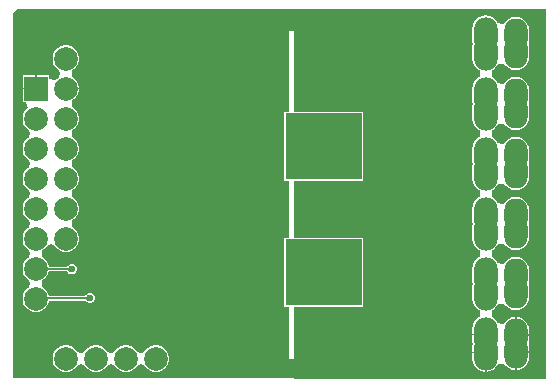
<source format=gbl>
G04*
G04 #@! TF.GenerationSoftware,Altium Limited,Altium Designer,22.6.1 (34)*
G04*
G04 Layer_Physical_Order=2*
G04 Layer_Color=16711680*
%FSLAX44Y44*%
%MOMM*%
G71*
G04*
G04 #@! TF.SameCoordinates,5A10DA5C-CD7F-47E8-AF5C-5331072B1CDA*
G04*
G04*
G04 #@! TF.FilePolarity,Positive*
G04*
G01*
G75*
%ADD19R,6.4000X5.5500*%
%ADD40C,0.1270*%
%ADD41O,2.0000X3.0000*%
%ADD42C,2.0000*%
%ADD43O,2.0000X2.8000*%
%ADD44R,2.0000X2.0000*%
%ADD45C,0.6000*%
G36*
X-158475Y219468D02*
X-133959Y219468D01*
Y219202D01*
X83591D01*
Y-93598D01*
X-129759D01*
Y-93275D01*
X-367225D01*
Y215932D01*
X-363632Y219524D01*
X-158475Y219468D01*
D02*
G37*
%LPC*%
G36*
X32825Y214092D02*
X29883Y213705D01*
X27141Y212569D01*
X24787Y210763D01*
X22981Y208409D01*
X21845Y205667D01*
X21458Y202725D01*
Y192725D01*
X21800Y190125D01*
X21458Y187525D01*
Y177525D01*
X21845Y174583D01*
X22981Y171841D01*
X24787Y169487D01*
X27141Y167681D01*
X27640Y167474D01*
Y161976D01*
X27141Y161769D01*
X24787Y159963D01*
X22981Y157609D01*
X21845Y154867D01*
X21458Y151925D01*
Y141925D01*
X21800Y139325D01*
X21458Y136725D01*
Y126725D01*
X21845Y123783D01*
X22981Y121041D01*
X24787Y118687D01*
X27141Y116881D01*
X27640Y116674D01*
Y111176D01*
X27141Y110969D01*
X24787Y109163D01*
X22981Y106809D01*
X21845Y104067D01*
X21458Y101125D01*
Y91125D01*
X21800Y88525D01*
X21458Y85925D01*
Y75925D01*
X21845Y72983D01*
X22981Y70241D01*
X24787Y67887D01*
X27141Y66081D01*
X27640Y65874D01*
Y60376D01*
X27141Y60169D01*
X24787Y58363D01*
X22981Y56009D01*
X21845Y53267D01*
X21458Y50325D01*
Y40325D01*
X21800Y37725D01*
X21458Y35125D01*
Y25125D01*
X21845Y22183D01*
X22981Y19441D01*
X24787Y17087D01*
X27141Y15281D01*
X27640Y15074D01*
Y9576D01*
X27141Y9369D01*
X24787Y7563D01*
X22981Y5209D01*
X21845Y2467D01*
X21458Y-475D01*
Y-10475D01*
X21800Y-13075D01*
X21458Y-15675D01*
Y-25675D01*
X21845Y-28617D01*
X22981Y-31359D01*
X24787Y-33713D01*
X27141Y-35519D01*
X27640Y-35726D01*
Y-41224D01*
X27141Y-41431D01*
X24787Y-43237D01*
X22981Y-45591D01*
X21845Y-48333D01*
X21458Y-51275D01*
Y-55640D01*
X32825D01*
Y-56910D01*
X21458D01*
Y-61275D01*
X21800Y-63875D01*
X21458Y-66475D01*
Y-70840D01*
X32825D01*
Y-71475D01*
X33460D01*
Y-87759D01*
X35767Y-87455D01*
X38509Y-86319D01*
X40863Y-84513D01*
X42669Y-82159D01*
X43066Y-81202D01*
X47650Y-80820D01*
X48498Y-80912D01*
X50187Y-83113D01*
X52541Y-84919D01*
X55283Y-86055D01*
X57590Y-86359D01*
Y-71075D01*
X58225D01*
Y-70440D01*
X69592D01*
Y-67075D01*
X69205Y-64133D01*
X69098Y-63875D01*
X69205Y-63617D01*
X69592Y-60675D01*
Y-57310D01*
X58225D01*
Y-56675D01*
X57590D01*
Y-41391D01*
X55283Y-41695D01*
X52541Y-42831D01*
X50187Y-44637D01*
X48498Y-46838D01*
X47650Y-46930D01*
X43066Y-46548D01*
X42669Y-45591D01*
X40863Y-43237D01*
X38509Y-41431D01*
X38010Y-41224D01*
Y-35726D01*
X38509Y-35519D01*
X40863Y-33713D01*
X42669Y-31359D01*
X43066Y-30402D01*
X47650Y-30020D01*
X48498Y-30112D01*
X50187Y-32313D01*
X52541Y-34119D01*
X55283Y-35255D01*
X58225Y-35642D01*
X61167Y-35255D01*
X63909Y-34119D01*
X66263Y-32313D01*
X68069Y-29959D01*
X69205Y-27217D01*
X69592Y-24275D01*
Y-16275D01*
X69205Y-13333D01*
X69098Y-13075D01*
X69205Y-12817D01*
X69592Y-9875D01*
Y-1875D01*
X69205Y1067D01*
X68069Y3809D01*
X66263Y6163D01*
X63909Y7969D01*
X61167Y9105D01*
X58225Y9492D01*
X55283Y9105D01*
X52541Y7969D01*
X50187Y6163D01*
X48498Y3962D01*
X47650Y3870D01*
X43066Y4252D01*
X42669Y5209D01*
X40863Y7563D01*
X38509Y9369D01*
X38010Y9576D01*
Y15074D01*
X38509Y15281D01*
X40863Y17087D01*
X42669Y19441D01*
X43066Y20398D01*
X47650Y20780D01*
X48498Y20688D01*
X50187Y18487D01*
X52541Y16681D01*
X55283Y15545D01*
X58225Y15158D01*
X61167Y15545D01*
X63909Y16681D01*
X66263Y18487D01*
X68069Y20841D01*
X69205Y23583D01*
X69592Y26525D01*
Y34525D01*
X69205Y37467D01*
X69098Y37725D01*
X69205Y37983D01*
X69592Y40925D01*
Y48925D01*
X69205Y51867D01*
X68069Y54609D01*
X66263Y56963D01*
X63909Y58769D01*
X61167Y59905D01*
X58225Y60292D01*
X55283Y59905D01*
X52541Y58769D01*
X50187Y56963D01*
X48498Y54762D01*
X47650Y54670D01*
X43066Y55052D01*
X42669Y56009D01*
X40863Y58363D01*
X38509Y60169D01*
X38010Y60376D01*
Y65874D01*
X38509Y66081D01*
X40863Y67887D01*
X42669Y70241D01*
X43066Y71198D01*
X47650Y71580D01*
X48498Y71488D01*
X50187Y69287D01*
X52541Y67481D01*
X55283Y66345D01*
X58225Y65958D01*
X61167Y66345D01*
X63909Y67481D01*
X66263Y69287D01*
X68069Y71641D01*
X69205Y74383D01*
X69592Y77325D01*
Y85325D01*
X69205Y88267D01*
X69098Y88525D01*
X69205Y88783D01*
X69592Y91725D01*
Y99725D01*
X69205Y102667D01*
X68069Y105409D01*
X66263Y107763D01*
X63909Y109569D01*
X61167Y110705D01*
X58225Y111092D01*
X55283Y110705D01*
X52541Y109569D01*
X50187Y107763D01*
X48498Y105562D01*
X47650Y105470D01*
X43066Y105852D01*
X42669Y106809D01*
X40863Y109163D01*
X38509Y110969D01*
X38010Y111176D01*
Y116674D01*
X38509Y116881D01*
X40863Y118687D01*
X42669Y121041D01*
X43066Y121998D01*
X47650Y122380D01*
X48498Y122288D01*
X50187Y120087D01*
X52541Y118281D01*
X55283Y117145D01*
X58225Y116758D01*
X61167Y117145D01*
X63909Y118281D01*
X66263Y120087D01*
X68069Y122441D01*
X69205Y125183D01*
X69592Y128125D01*
Y136125D01*
X69205Y139067D01*
X69098Y139325D01*
X69205Y139583D01*
X69592Y142525D01*
Y150525D01*
X69205Y153467D01*
X68069Y156209D01*
X66263Y158563D01*
X63909Y160369D01*
X61167Y161505D01*
X58225Y161892D01*
X55283Y161505D01*
X52541Y160369D01*
X50187Y158563D01*
X48498Y156362D01*
X47650Y156270D01*
X43066Y156652D01*
X42669Y157609D01*
X40863Y159963D01*
X38509Y161769D01*
X38010Y161976D01*
Y167474D01*
X38509Y167681D01*
X40863Y169487D01*
X42669Y171841D01*
X43066Y172798D01*
X47650Y173180D01*
X48498Y173088D01*
X50187Y170887D01*
X52541Y169081D01*
X55283Y167945D01*
X58225Y167558D01*
X61167Y167945D01*
X63909Y169081D01*
X66263Y170887D01*
X68069Y173241D01*
X69205Y175983D01*
X69592Y178925D01*
Y186925D01*
X69205Y189867D01*
X69098Y190125D01*
X69205Y190383D01*
X69592Y193325D01*
Y201325D01*
X69205Y204267D01*
X68069Y207009D01*
X66263Y209363D01*
X63909Y211169D01*
X61167Y212305D01*
X58225Y212692D01*
X55283Y212305D01*
X52541Y211169D01*
X50187Y209363D01*
X48498Y207162D01*
X47650Y207070D01*
X43066Y207452D01*
X42669Y208409D01*
X40863Y210763D01*
X38509Y212569D01*
X35767Y213705D01*
X32825Y214092D01*
D02*
G37*
G36*
X-321291Y188695D02*
X-324259D01*
X-327125Y187927D01*
X-329695Y186443D01*
X-331793Y184345D01*
X-333277Y181775D01*
X-334045Y178909D01*
Y175941D01*
X-333277Y173075D01*
X-331793Y170505D01*
X-329695Y168407D01*
X-328146Y167513D01*
X-327602Y164853D01*
Y164597D01*
X-328138Y161977D01*
X-328340Y161826D01*
X-329695Y161043D01*
X-330624Y160115D01*
X-332144Y158975D01*
X-336905Y160251D01*
Y163295D01*
X-347540D01*
Y152025D01*
X-348175D01*
Y151390D01*
X-359445D01*
Y140755D01*
X-356401D01*
X-355040Y135675D01*
X-355095Y135643D01*
X-357193Y133545D01*
X-358677Y130975D01*
X-359445Y128109D01*
Y125141D01*
X-358677Y122275D01*
X-357193Y119705D01*
X-355095Y117607D01*
X-353546Y116713D01*
X-353002Y114053D01*
Y113797D01*
X-353546Y111137D01*
X-355095Y110243D01*
X-357193Y108145D01*
X-358677Y105575D01*
X-359445Y102709D01*
Y99741D01*
X-358677Y96875D01*
X-357193Y94305D01*
X-355095Y92207D01*
X-353546Y91313D01*
X-353002Y88653D01*
Y88397D01*
X-353546Y85737D01*
X-355095Y84843D01*
X-357193Y82745D01*
X-358677Y80175D01*
X-359445Y77309D01*
Y74341D01*
X-358677Y71475D01*
X-357193Y68905D01*
X-355095Y66807D01*
X-353546Y65913D01*
X-353002Y63253D01*
Y62997D01*
X-353546Y60337D01*
X-355095Y59443D01*
X-357193Y57345D01*
X-358677Y54775D01*
X-359445Y51909D01*
Y48941D01*
X-358677Y46075D01*
X-357193Y43505D01*
X-355095Y41407D01*
X-353546Y40513D01*
X-353002Y37853D01*
Y37597D01*
X-353546Y34937D01*
X-355095Y34043D01*
X-357193Y31945D01*
X-358677Y29375D01*
X-359445Y26509D01*
Y23541D01*
X-358677Y20675D01*
X-357193Y18105D01*
X-355095Y16007D01*
X-353546Y15113D01*
X-353002Y12453D01*
Y12197D01*
X-353546Y9537D01*
X-355095Y8643D01*
X-357193Y6545D01*
X-358677Y3975D01*
X-359445Y1109D01*
Y-1859D01*
X-358677Y-4725D01*
X-357193Y-7295D01*
X-355095Y-9393D01*
X-353546Y-10287D01*
X-353002Y-12947D01*
Y-13203D01*
X-353546Y-15863D01*
X-355095Y-16757D01*
X-357193Y-18855D01*
X-358677Y-21425D01*
X-359445Y-24291D01*
Y-27259D01*
X-358677Y-30125D01*
X-357193Y-32695D01*
X-355095Y-34793D01*
X-352525Y-36277D01*
X-349659Y-37045D01*
X-346691D01*
X-343825Y-36277D01*
X-341255Y-34793D01*
X-339157Y-32695D01*
X-337673Y-30125D01*
X-337257Y-28573D01*
X-336954Y-27442D01*
X-307301D01*
X-307168Y-27507D01*
X-307021Y-27516D01*
X-306931Y-27532D01*
X-306809Y-27566D01*
X-306656Y-27624D01*
X-306478Y-27707D01*
X-306274Y-27818D01*
X-306061Y-27951D01*
X-305525Y-28340D01*
X-305237Y-28576D01*
X-305059Y-28630D01*
X-304844Y-28845D01*
X-303274Y-29495D01*
X-301576D01*
X-300006Y-28845D01*
X-298805Y-27644D01*
X-298155Y-26074D01*
Y-24376D01*
X-298805Y-22806D01*
X-300006Y-21605D01*
X-301576Y-20955D01*
X-303274D01*
X-304844Y-21605D01*
X-305551Y-22312D01*
X-305795Y-22436D01*
X-306021Y-22700D01*
X-306212Y-22901D01*
X-307332Y-23496D01*
X-307448Y-23558D01*
X-337102D01*
X-337375Y-22537D01*
X-337673Y-21425D01*
X-339157Y-18855D01*
X-341255Y-16757D01*
X-342804Y-15863D01*
X-343349Y-13203D01*
Y-12947D01*
X-342804Y-10287D01*
X-341255Y-9393D01*
X-339157Y-7295D01*
X-337673Y-4725D01*
X-337108Y-2617D01*
X-322458D01*
X-322347Y-2677D01*
X-321232Y-3268D01*
X-321041Y-3471D01*
X-320818Y-3736D01*
X-320579Y-3860D01*
X-319844Y-4595D01*
X-318274Y-5245D01*
X-316576D01*
X-315006Y-4595D01*
X-313805Y-3394D01*
X-313155Y-1824D01*
Y-126D01*
X-313805Y1444D01*
X-315006Y2645D01*
X-316576Y3295D01*
X-318274D01*
X-319844Y2645D01*
X-320040Y2449D01*
X-320209Y2399D01*
X-320502Y2164D01*
X-321042Y1777D01*
X-321258Y1644D01*
X-321465Y1532D01*
X-321646Y1449D01*
X-321799Y1391D01*
X-321923Y1357D01*
X-322014Y1341D01*
X-322160Y1332D01*
X-322293Y1267D01*
X-336947D01*
X-337252Y2403D01*
X-337673Y3975D01*
X-339157Y6545D01*
X-341255Y8643D01*
X-342804Y9537D01*
X-343349Y12197D01*
Y12453D01*
X-342804Y15113D01*
X-341255Y16007D01*
X-339157Y18105D01*
X-338263Y19654D01*
X-335603Y20199D01*
X-335347D01*
X-332687Y19654D01*
X-331793Y18105D01*
X-329695Y16007D01*
X-327125Y14523D01*
X-324259Y13755D01*
X-321291D01*
X-318425Y14523D01*
X-315855Y16007D01*
X-313757Y18105D01*
X-312273Y20675D01*
X-311505Y23541D01*
Y26509D01*
X-312273Y29375D01*
X-313757Y31945D01*
X-315855Y34043D01*
X-317404Y34937D01*
X-317948Y37597D01*
Y37853D01*
X-317404Y40513D01*
X-315855Y41407D01*
X-313757Y43505D01*
X-312273Y46075D01*
X-311505Y48941D01*
Y51909D01*
X-312273Y54775D01*
X-313757Y57345D01*
X-315855Y59443D01*
X-317404Y60337D01*
X-317948Y62997D01*
Y63253D01*
X-317404Y65913D01*
X-315855Y66807D01*
X-313757Y68905D01*
X-312273Y71475D01*
X-311505Y74341D01*
Y77309D01*
X-312273Y80175D01*
X-313757Y82745D01*
X-315855Y84843D01*
X-317404Y85737D01*
X-317948Y88397D01*
Y88653D01*
X-317404Y91313D01*
X-315855Y92207D01*
X-313757Y94305D01*
X-312273Y96875D01*
X-311505Y99741D01*
Y102709D01*
X-312273Y105575D01*
X-313757Y108145D01*
X-315855Y110243D01*
X-317404Y111137D01*
X-317948Y113797D01*
Y114053D01*
X-317404Y116713D01*
X-315855Y117607D01*
X-313757Y119705D01*
X-312273Y122275D01*
X-311505Y125141D01*
Y128109D01*
X-312273Y130975D01*
X-313757Y133545D01*
X-315855Y135643D01*
X-317404Y136537D01*
X-317948Y139197D01*
Y139453D01*
X-317404Y142113D01*
X-315855Y143007D01*
X-313757Y145105D01*
X-312273Y147675D01*
X-311505Y150541D01*
Y151390D01*
X-322775D01*
Y152660D01*
X-311505D01*
Y153509D01*
X-312273Y156375D01*
X-313757Y158945D01*
X-315855Y161043D01*
X-317404Y161937D01*
X-317948Y164597D01*
Y164853D01*
X-317404Y167513D01*
X-315855Y168407D01*
X-313757Y170505D01*
X-312273Y173075D01*
X-311505Y175941D01*
Y178909D01*
X-312273Y181775D01*
X-313757Y184345D01*
X-315855Y186443D01*
X-318425Y187927D01*
X-321291Y188695D01*
D02*
G37*
G36*
X-348810Y163295D02*
X-359445D01*
Y152660D01*
X-348810D01*
Y163295D01*
D02*
G37*
G36*
X58860Y-41391D02*
Y-56040D01*
X69592D01*
Y-52675D01*
X69205Y-49733D01*
X68069Y-46991D01*
X66263Y-44637D01*
X63909Y-42831D01*
X61167Y-41695D01*
X58860Y-41391D01*
D02*
G37*
G36*
X-245091Y-65305D02*
X-248059D01*
X-250925Y-66073D01*
X-253495Y-67557D01*
X-255593Y-69655D01*
X-256487Y-71204D01*
X-259147Y-71748D01*
X-259403D01*
X-262063Y-71204D01*
X-262957Y-69655D01*
X-265055Y-67557D01*
X-267625Y-66073D01*
X-270491Y-65305D01*
X-273459D01*
X-276325Y-66073D01*
X-278895Y-67557D01*
X-280993Y-69655D01*
X-281887Y-71204D01*
X-284547Y-71748D01*
X-284803D01*
X-287463Y-71204D01*
X-288357Y-69655D01*
X-290455Y-67557D01*
X-293025Y-66073D01*
X-295891Y-65305D01*
X-298859D01*
X-301725Y-66073D01*
X-304295Y-67557D01*
X-306393Y-69655D01*
X-307287Y-71204D01*
X-309947Y-71748D01*
X-310203D01*
X-312863Y-71204D01*
X-313757Y-69655D01*
X-315855Y-67557D01*
X-318425Y-66073D01*
X-321291Y-65305D01*
X-324259D01*
X-327125Y-66073D01*
X-329695Y-67557D01*
X-331793Y-69655D01*
X-333277Y-72225D01*
X-334045Y-75091D01*
Y-78059D01*
X-333277Y-80925D01*
X-331793Y-83495D01*
X-329695Y-85593D01*
X-327125Y-87077D01*
X-324259Y-87845D01*
X-321291D01*
X-318425Y-87077D01*
X-315855Y-85593D01*
X-313757Y-83495D01*
X-312863Y-81946D01*
X-310203Y-81402D01*
X-309947D01*
X-307287Y-81946D01*
X-306393Y-83495D01*
X-304295Y-85593D01*
X-301725Y-87077D01*
X-298859Y-87845D01*
X-295891D01*
X-293025Y-87077D01*
X-290455Y-85593D01*
X-288357Y-83495D01*
X-287463Y-81946D01*
X-284803Y-81402D01*
X-284547D01*
X-281887Y-81946D01*
X-280993Y-83495D01*
X-278895Y-85593D01*
X-276325Y-87077D01*
X-273459Y-87845D01*
X-270491D01*
X-267625Y-87077D01*
X-265055Y-85593D01*
X-262957Y-83495D01*
X-262063Y-81946D01*
X-259403Y-81402D01*
X-259147D01*
X-256487Y-81946D01*
X-255593Y-83495D01*
X-253495Y-85593D01*
X-250925Y-87077D01*
X-248059Y-87845D01*
X-245091D01*
X-242225Y-87077D01*
X-239655Y-85593D01*
X-237557Y-83495D01*
X-236073Y-80925D01*
X-235305Y-78059D01*
Y-75091D01*
X-236073Y-72225D01*
X-237557Y-69655D01*
X-239655Y-67557D01*
X-242225Y-66073D01*
X-245091Y-65305D01*
D02*
G37*
G36*
X-129759Y200775D02*
X-133959D01*
Y132120D01*
X-137770D01*
Y74080D01*
X-133959D01*
Y25420D01*
X-137770D01*
Y-32620D01*
X-133959D01*
Y-76725D01*
X-129759D01*
Y-32620D01*
X-71230D01*
Y25420D01*
X-129759D01*
Y74080D01*
X-71230D01*
Y132120D01*
X-129759D01*
Y200775D01*
D02*
G37*
G36*
X69592Y-71710D02*
X58860D01*
Y-86359D01*
X61167Y-86055D01*
X63909Y-84919D01*
X66263Y-83113D01*
X68069Y-80759D01*
X69205Y-78017D01*
X69592Y-75075D01*
Y-71710D01*
D02*
G37*
G36*
X32190Y-72110D02*
X21458D01*
Y-76475D01*
X21845Y-79417D01*
X22981Y-82159D01*
X24787Y-84513D01*
X27141Y-86319D01*
X29883Y-87455D01*
X32190Y-87759D01*
Y-72110D01*
D02*
G37*
%LPD*%
G36*
X-319767Y-2850D02*
X-320013Y-2558D01*
X-320259Y-2296D01*
X-320504Y-2065D01*
X-320749Y-1865D01*
X-320993Y-1695D01*
X-321237Y-1556D01*
X-321480Y-1449D01*
X-321723Y-1372D01*
X-321965Y-1325D01*
X-322206Y-1310D01*
X-322076Y-40D01*
X-321852Y-26D01*
X-321618Y15D01*
X-321373Y83D01*
X-321117Y179D01*
X-320849Y302D01*
X-320571Y453D01*
X-320281Y631D01*
X-319669Y1069D01*
X-319347Y1329D01*
X-319767Y-2850D01*
D02*
G37*
G36*
X-304366Y-27513D02*
X-304685Y-27251D01*
X-305292Y-26810D01*
X-305580Y-26631D01*
X-305857Y-26479D01*
X-306124Y-26355D01*
X-306380Y-26259D01*
X-306625Y-26190D01*
X-306859Y-26149D01*
X-307084Y-26135D01*
X-307203Y-24865D01*
X-306962Y-24850D01*
X-306721Y-24804D01*
X-306478Y-24727D01*
X-306234Y-24619D01*
X-305989Y-24481D01*
X-305743Y-24313D01*
X-305497Y-24113D01*
X-305249Y-23883D01*
X-305000Y-23622D01*
X-304751Y-23330D01*
X-304366Y-27513D01*
D02*
G37*
D19*
X-104500Y103100D02*
D03*
Y-3600D02*
D03*
D40*
X-348175Y-25775D02*
X-347900Y-25500D01*
X-302700D01*
X-302425Y-25225D01*
X-348175Y-375D02*
X-347875Y-675D01*
X-317725D02*
X-317425Y-975D01*
X-347875Y-675D02*
X-317725D01*
X-246650Y-76500D02*
X-246575Y-76575D01*
D41*
X32825Y-71475D02*
D03*
Y-56275D02*
D03*
Y-20675D02*
D03*
Y-5475D02*
D03*
Y30125D02*
D03*
Y45325D02*
D03*
Y80925D02*
D03*
Y96125D02*
D03*
Y131725D02*
D03*
Y146925D02*
D03*
Y182525D02*
D03*
Y197725D02*
D03*
D42*
X-322775Y25025D02*
D03*
Y50425D02*
D03*
Y75825D02*
D03*
Y101225D02*
D03*
Y126625D02*
D03*
Y152025D02*
D03*
Y177425D02*
D03*
X-246575Y-76575D02*
D03*
X-271975D02*
D03*
X-297375D02*
D03*
X-322775D02*
D03*
X-348175Y126625D02*
D03*
Y-25775D02*
D03*
Y50425D02*
D03*
Y75825D02*
D03*
Y101225D02*
D03*
Y-375D02*
D03*
Y25025D02*
D03*
D43*
X58225Y182925D02*
D03*
Y197325D02*
D03*
Y30525D02*
D03*
Y-20275D02*
D03*
Y-5875D02*
D03*
Y146525D02*
D03*
Y132125D02*
D03*
Y81325D02*
D03*
Y95725D02*
D03*
Y44925D02*
D03*
Y-71075D02*
D03*
Y-56675D02*
D03*
D44*
X-348175Y152025D02*
D03*
D45*
X69775Y213725D02*
D03*
X74775Y203725D02*
D03*
Y183725D02*
D03*
Y163725D02*
D03*
Y143725D02*
D03*
Y123725D02*
D03*
X69775Y113725D02*
D03*
X74775Y103725D02*
D03*
Y83725D02*
D03*
Y63725D02*
D03*
Y43725D02*
D03*
Y23725D02*
D03*
X69775Y13725D02*
D03*
X74775Y3725D02*
D03*
Y-16275D02*
D03*
Y-36275D02*
D03*
Y-56275D02*
D03*
Y-76275D02*
D03*
X69775Y-86275D02*
D03*
X-230225D02*
D03*
X-260225D02*
D03*
X-310225D02*
D03*
X-320225Y213725D02*
D03*
Y193725D02*
D03*
X-330225Y213725D02*
D03*
X-325225Y203725D02*
D03*
X-330225Y193725D02*
D03*
Y-6275D02*
D03*
Y-46275D02*
D03*
X-340225Y213725D02*
D03*
X-335225Y203725D02*
D03*
X-340225Y193725D02*
D03*
Y173725D02*
D03*
X-335225Y-16275D02*
D03*
Y-36275D02*
D03*
X-340225Y-46275D02*
D03*
X-335225Y-56275D02*
D03*
X-340225Y-66275D02*
D03*
Y-86275D02*
D03*
X-350225Y213725D02*
D03*
X-345225Y203725D02*
D03*
X-350225Y193725D02*
D03*
X-345225Y183725D02*
D03*
X-350225Y173725D02*
D03*
Y-46275D02*
D03*
X-345225Y-56275D02*
D03*
X-350225Y-66275D02*
D03*
X-345225Y-76275D02*
D03*
X-350225Y-86275D02*
D03*
X-360225Y213725D02*
D03*
X-355225Y203725D02*
D03*
X-360225Y193725D02*
D03*
X-355225Y183725D02*
D03*
X-360225Y173725D02*
D03*
Y113725D02*
D03*
Y33725D02*
D03*
Y13725D02*
D03*
Y-46275D02*
D03*
X-355225Y-56275D02*
D03*
X-360225Y-66275D02*
D03*
X-355225Y-76275D02*
D03*
X-360225Y-86275D02*
D03*
X19775Y113725D02*
D03*
X-10225Y-66275D02*
D03*
X-25225Y143725D02*
D03*
X-40225Y113725D02*
D03*
Y53725D02*
D03*
Y-6275D02*
D03*
Y-66275D02*
D03*
X-55225Y203725D02*
D03*
Y143725D02*
D03*
X-70225Y53725D02*
D03*
Y-66275D02*
D03*
X-85225Y203725D02*
D03*
Y143725D02*
D03*
X-100225Y53725D02*
D03*
X-85225Y-36275D02*
D03*
X-100225Y-66275D02*
D03*
X-115225Y203725D02*
D03*
Y143725D02*
D03*
Y-36275D02*
D03*
X-145225Y203725D02*
D03*
X-160225Y173725D02*
D03*
X-145225Y143725D02*
D03*
Y23725D02*
D03*
X-160225Y-6275D02*
D03*
X-145225Y-36275D02*
D03*
X-160225Y-66275D02*
D03*
X-175225Y203725D02*
D03*
X-190225Y173725D02*
D03*
X-175225Y143725D02*
D03*
X-190225Y-6275D02*
D03*
X-175225Y-36275D02*
D03*
X-190225Y-66275D02*
D03*
X-205225Y203725D02*
D03*
Y143725D02*
D03*
X-220225Y113725D02*
D03*
Y-6275D02*
D03*
X-205225Y-36275D02*
D03*
X-220225Y-66275D02*
D03*
X-235225Y203725D02*
D03*
Y143725D02*
D03*
Y83725D02*
D03*
Y-36275D02*
D03*
X-265225Y203725D02*
D03*
Y143725D02*
D03*
X-280225Y113725D02*
D03*
X-265225Y83725D02*
D03*
X-295225Y203725D02*
D03*
Y143725D02*
D03*
X-310225Y113725D02*
D03*
X-325225Y203725D02*
D03*
X-340225Y173725D02*
D03*
Y-66275D02*
D03*
X-7500Y177000D02*
D03*
X7500D02*
D03*
X-7500Y153500D02*
D03*
X7500D02*
D03*
X-7500Y104250D02*
D03*
X7500D02*
D03*
X-7500Y52500D02*
D03*
X7500D02*
D03*
Y0D02*
D03*
X-7500D02*
D03*
X-91595Y181000D02*
D03*
X-103750D02*
D03*
X-115905Y181160D02*
D03*
X-203540Y177045D02*
D03*
X-215695D02*
D03*
X-227850Y177205D02*
D03*
X-79100Y84050D02*
D03*
Y122150D02*
D03*
X-129900D02*
D03*
Y84050D02*
D03*
X-117200D02*
D03*
X-104500D02*
D03*
X-91800D02*
D03*
X-79100Y96750D02*
D03*
Y109450D02*
D03*
X-91800Y96750D02*
D03*
Y109450D02*
D03*
Y122150D02*
D03*
X-104500D02*
D03*
Y109450D02*
D03*
Y96750D02*
D03*
X-117200D02*
D03*
X-129900D02*
D03*
Y109450D02*
D03*
X-117200D02*
D03*
Y122150D02*
D03*
X-79100Y-22650D02*
D03*
Y15450D02*
D03*
X-129900D02*
D03*
Y-22650D02*
D03*
X-117200D02*
D03*
X-104500D02*
D03*
X-91800D02*
D03*
X-79100Y-9950D02*
D03*
Y2750D02*
D03*
X-91800Y-9950D02*
D03*
Y2750D02*
D03*
Y15450D02*
D03*
X-104500D02*
D03*
Y2750D02*
D03*
Y-9950D02*
D03*
X-117200D02*
D03*
X-129900D02*
D03*
Y2750D02*
D03*
X-117200D02*
D03*
Y15450D02*
D03*
X-40225Y213725D02*
D03*
X-50225D02*
D03*
X-60225D02*
D03*
X-70225D02*
D03*
X-80225D02*
D03*
X-90225D02*
D03*
X-100225D02*
D03*
X-110225D02*
D03*
X-105225Y203725D02*
D03*
X-120225Y213725D02*
D03*
X-115225Y203725D02*
D03*
X-130225Y213725D02*
D03*
X-125225Y203725D02*
D03*
X-140225Y213725D02*
D03*
X-135225Y203725D02*
D03*
X-140225Y193725D02*
D03*
X-150225Y213725D02*
D03*
X-145225Y203725D02*
D03*
X-150225Y193725D02*
D03*
X-160225Y213725D02*
D03*
X-155225Y203725D02*
D03*
X-160225Y193725D02*
D03*
X-170225Y213725D02*
D03*
X-180225D02*
D03*
X-190225D02*
D03*
X-200225D02*
D03*
X-210225D02*
D03*
X-220225D02*
D03*
X-230225D02*
D03*
X-240225D02*
D03*
X-250225D02*
D03*
X-260225D02*
D03*
X-270225D02*
D03*
X-280225D02*
D03*
X-290225D02*
D03*
X-300225D02*
D03*
X-310225D02*
D03*
X9775Y-86275D02*
D03*
X-225D02*
D03*
X-10225D02*
D03*
X-20225D02*
D03*
X-30225D02*
D03*
X-40225D02*
D03*
X-50225D02*
D03*
X-60225D02*
D03*
X-70225D02*
D03*
X-80225D02*
D03*
X-90225D02*
D03*
X-100225Y-66275D02*
D03*
Y-86275D02*
D03*
X-110225Y-66275D02*
D03*
X-105225Y-76275D02*
D03*
X-110225Y-86275D02*
D03*
X-120225Y-66275D02*
D03*
X-115225Y-76275D02*
D03*
X-120225Y-86275D02*
D03*
X-125225Y-76275D02*
D03*
X-130225Y-86275D02*
D03*
X-140225Y-66275D02*
D03*
Y-86275D02*
D03*
X-150225Y-66275D02*
D03*
X-145225Y-76275D02*
D03*
X-150225Y-86275D02*
D03*
X-160225Y-66275D02*
D03*
X-155225Y-76275D02*
D03*
X-160225Y-86275D02*
D03*
X-165225Y-76275D02*
D03*
X-170225Y-86275D02*
D03*
X-180225D02*
D03*
X-190225D02*
D03*
X-200225D02*
D03*
X-210225D02*
D03*
X-220225D02*
D03*
X-240225Y93725D02*
D03*
X-235225Y83725D02*
D03*
X-240225Y73725D02*
D03*
X-235225Y63725D02*
D03*
X-240225Y53725D02*
D03*
X-235225Y43725D02*
D03*
X-240225Y33725D02*
D03*
X-302425Y-25225D02*
D03*
X-317425Y-975D02*
D03*
X-203550Y64400D02*
D03*
X-242475Y150725D02*
D03*
X-155495Y90745D02*
D03*
X-155495Y47245D02*
D03*
X-155495Y104745D02*
D03*
X-155475Y32725D02*
D03*
M02*

</source>
